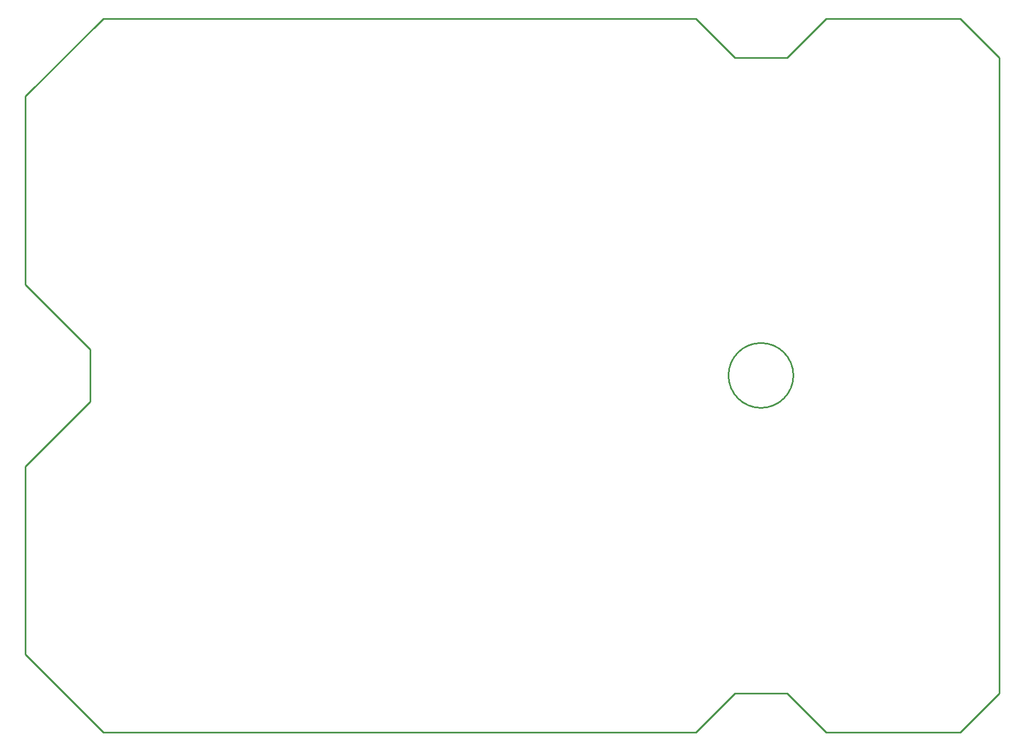
<source format=gbr>
%TF.GenerationSoftware,KiCad,Pcbnew,(6.0.10)*%
%TF.CreationDate,2023-02-22T22:59:34-05:00*%
%TF.ProjectId,System Management Board,53797374-656d-4204-9d61-6e6167656d65,rev?*%
%TF.SameCoordinates,Original*%
%TF.FileFunction,Profile,NP*%
%FSLAX46Y46*%
G04 Gerber Fmt 4.6, Leading zero omitted, Abs format (unit mm)*
G04 Created by KiCad (PCBNEW (6.0.10)) date 2023-02-22 22:59:34*
%MOMM*%
%LPD*%
G01*
G04 APERTURE LIST*
%TA.AperFunction,Profile*%
%ADD10C,0.250000*%
%TD*%
G04 APERTURE END LIST*
D10*
X83725000Y-104365138D02*
X73725000Y-114365138D01*
X197058333Y-155365138D02*
X217725000Y-155365138D01*
X85725004Y-155365134D02*
X177058333Y-155365138D01*
X191058333Y-149365138D02*
X197058333Y-155365138D01*
X191058333Y-51365138D02*
X183058333Y-51365138D01*
X83725000Y-96365138D02*
X83725000Y-104365138D01*
X217725000Y-155365138D02*
X223725000Y-149365138D01*
X217725000Y-45365138D02*
X197058333Y-45365138D01*
X73725000Y-143365138D02*
X85725004Y-155365134D01*
X177058333Y-45365138D02*
X85725000Y-45365138D01*
X223725000Y-149365138D02*
X223725000Y-51365138D01*
X73725000Y-86365138D02*
X83725000Y-96365138D01*
X197058333Y-45365138D02*
X191058333Y-51365138D01*
X73725000Y-57365138D02*
X73725000Y-86365138D01*
X183058333Y-149365138D02*
X191058333Y-149365138D01*
X183058333Y-51365138D02*
X177058333Y-45365138D01*
X192058333Y-100365138D02*
G75*
G03*
X192058333Y-100365138I-5000000J0D01*
G01*
X73725000Y-114365138D02*
X73725000Y-143365138D01*
X85725000Y-45365138D02*
X73725000Y-57365138D01*
X223725000Y-51365138D02*
X217725000Y-45365138D01*
X177058333Y-155365138D02*
X183058333Y-149365138D01*
M02*

</source>
